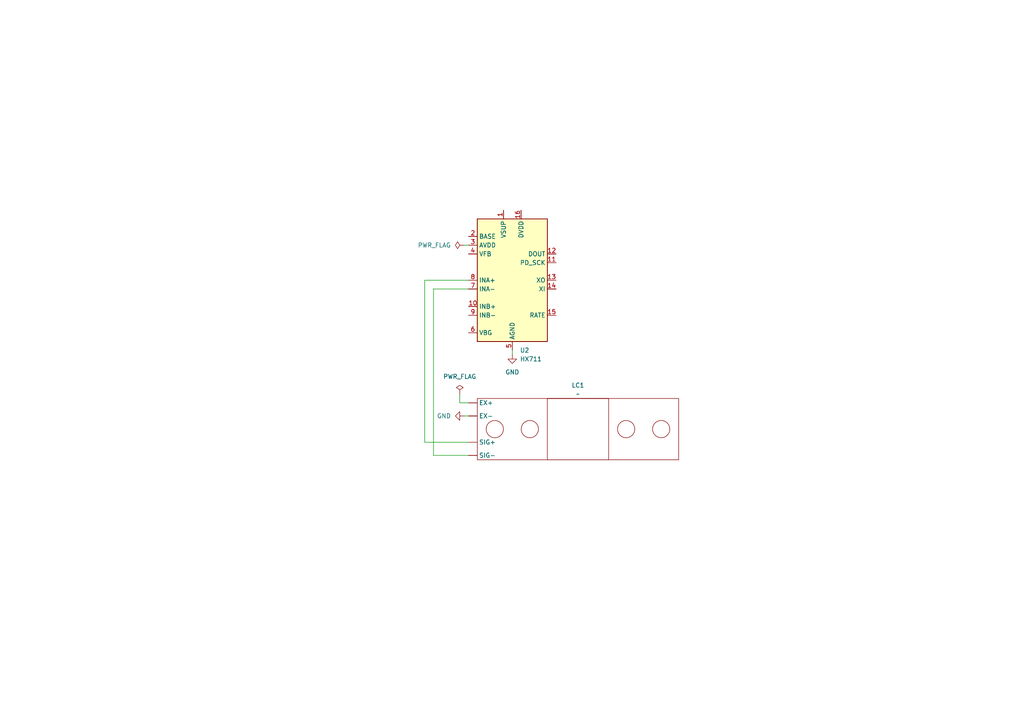
<source format=kicad_sch>
(kicad_sch (version 20231120) (generator "eeschema") (generator_version "8.0")
  (paper "A4")
  (lib_symbols
    (symbol "Analog_ADC:HX711"
      (property "Reference" "U" (at 5.08 21.59 0))
      (property "Value" "HX711" (at 7.62 19.05 0))
      (symbol "HX711_0_1"
        (rectangle (start -10.16 17.78) (end 10.16 -17.78) (stroke (width 0.254)) (fill (type background)))
      )
      (symbol "HX711_1_1"
        (pin power_in line (at -2.54 20.32 270) (length 2.54) (name "VSUP") (number "1"))
        (pin input line (at -12.7 -7.62 0) (length 2.54) (name "INB+") (number "10"))
        (pin input line (at 12.7 5.08 180) (length 2.54) (name "PD_SCK") (number "11"))
        (pin output line (at 12.7 7.62 180) (length 2.54) (name "DOUT") (number "12"))
        (pin passive line (at 12.7 0 180) (length 2.54) (name "XO") (number "13"))
        (pin passive line (at 12.7 -2.54 180) (length 2.54) (name "XI") (number "14"))
        (pin input line (at 12.7 -10.16 180) (length 2.54) (name "RATE") (number "15"))
        (pin power_in line (at 2.54 20.32 270) (length 2.54) (name "DVDD") (number "16"))
        (pin passive line (at -12.7 12.7 0) (length 2.54) (name "BASE") (number "2"))
        (pin power_in line (at -12.7 10.16 0) (length 2.54) (name "AVDD") (number "3"))
        (pin input line (at -12.7 7.62 0) (length 2.54) (name "VFB") (number "4"))
        (pin power_in line (at 0 -20.32 90) (length 2.54) (name "AGND") (number "5"))
        (pin passive line (at -12.7 -15.24 0) (length 2.54) (name "VBG") (number "6"))
        (pin input line (at -12.7 -2.54 0) (length 2.54) (name "INA-") (number "7"))
        (pin input line (at -12.7 0 0) (length 2.54) (name "INA+") (number "8"))
        (pin input line (at -12.7 -10.16 0) (length 2.54) (name "INB-") (number "9"))
      )
    )
    (symbol "Custom:4540"
      (property "Reference" "LC" (at -0.254 10.668 0))
      (symbol "4540_0_1"
        (rectangle (start -29.21 8.89) (end 29.2 -8.89))
        (circle (center -24.13 0) (radius 2.5))
        (circle (center -13.97 0) (radius 2.5))
        (circle (center 13.97 0) (radius 2.5))
        (circle (center 24.13 0) (radius 2.5))
      )
      (symbol "4540_1_1"
        (rectangle (start -8.89 8.89) (end 8.89 -8.89))
        (pin power_in line (at -31.75 7.62 0) (length 2.54) (name "EX+") (number ""))
        (pin power_in line (at -31.75 3.81 0) (length 2.54) (name "EX-") (number ""))
        (pin passive line (at -31.75 -3.81 0) (length 2.54) (name "SIG+") (number ""))
        (pin passive line (at -31.75 -7.62 0) (length 2.54) (name "SIG-") (number ""))
      )
    )
    (symbol "power:GND" (power) (pin_numbers hide) (pin_names (offset 0) hide)
      (property "Value" "GND" (at 0 -3.81 0))
      (symbol "GND_0_1"
        (polyline (pts (xy 0 0) (xy 0 -1.27) (xy 1.27 -1.27) (xy 0 -2.54) (xy -1.27 -1.27) (xy 0 -1.27)))
      )
      (symbol "GND_1_1"
        (pin power_in line (at 0 0 270) (length 0) (name "~") (number "1"))
      )
    )
    (symbol "power:PWR_FLAG" (power) (pin_numbers hide) (pin_names (offset 0) hide)
      (property "Value" "PWR_FLAG" (at 0 3.81 0))
      (symbol "PWR_FLAG_0_0"
        (pin power_out line (at 0 0 90) (length 0) (name "~") (number "1"))
      )
      (symbol "PWR_FLAG_0_1"
        (polyline (pts (xy 0 0) (xy 0 1.27) (xy -1.016 1.905) (xy 0 2.54) (xy 1.016 1.905) (xy 0 1.27)))
      )
    )
  )
  (wire (pts (xy 134.62 120.65) (xy 135.89 120.65)))
  (wire (pts (xy 135.89 132.08) (xy 125.73 132.08)))
  (wire (pts (xy 148.59 101.6) (xy 148.59 102.87)))
  (wire (pts (xy 123.19 81.28) (xy 123.19 128.27)))
  (wire (pts (xy 123.19 128.27) (xy 135.89 128.27)))
  (wire (pts (xy 125.73 83.82) (xy 135.89 83.82)))
  (wire (pts (xy 133.35 116.84) (xy 135.89 116.84)))
  (wire (pts (xy 133.35 116.84) (xy 133.35 114.3)))
  (wire (pts (xy 125.73 132.08) (xy 125.73 83.82)))
  (wire (pts (xy 123.19 81.28) (xy 135.89 81.28)))
  (wire (pts (xy 134.62 71.12) (xy 135.89 71.12)))
  (symbol (lib_id "Custom:4540") (at 167.64 124.46 0) (unit 1)
    (property "Reference" "LC1" (at 167.635 111.76 0))
    (property "Value" "~" (at 167.635 114.3 0))
  )
  (symbol (lib_id "power:PWR_FLAG") (at 133.35 114.3 0) (unit 1)
    (property "Reference" "#FLG03" (effects (hide yes)))
    (property "Value" "PWR_FLAG" (at 133.35 109.22 0))
    (property "Description" "Special symbol for telling ERC where power comes from" (effects (hide yes)))
  )
  (symbol (lib_id "power:GND") (at 134.62 120.65 270) (unit 1)
    (property "Reference" "#PWR03" (effects (hide yes)))
    (property "Value" "GND" (at 130.81 120.6499 90) (effects (justify right)))
    (property "Description" "Power symbol creates a global label with name \"GND\" , ground" (effects (hide yes)))
  )
  (symbol (lib_id "power:GND") (at 148.59 102.87 0) (unit 1)
    (property "Reference" "#PWR04" (effects (hide yes)))
    (property "Value" "GND" (at 148.59 107.95 0))
    (property "Description" "Power symbol creates a global label with name \"GND\" , ground" (effects (hide yes)))
  )
  (symbol (lib_id "power:PWR_FLAG") (at 134.62 71.12 90) (unit 1)
    (property "Reference" "#FLG04" (effects (hide yes)))
    (property "Value" "PWR_FLAG" (at 130.81 71.1199 90) (effects (justify left)))
    (property "Description" "Special symbol for telling ERC where power comes from" (effects (hide yes)))
  )
  (symbol (lib_id "Analog_ADC:HX711") (at 148.59 81.28 0) (unit 1)
    (property "Reference" "U2" (at 150.7841 101.6 0) (effects (justify left)))
    (property "Value" "HX711" (at 150.7841 104.14 0) (effects (justify left)))
    (property "Footprint" "Package_SO:SOP-16_3.9x9.9mm_P1.27mm" (effects (hide yes)))
    (property "Datasheet" "https://web.archive.org/web/20220615044707/https://akizukidenshi.com/download/ds/avia/hx711.pdf" (effects (hide yes)))
    (property "Description" "24-Bit Analog-to-Digital Converter (ADC) for Weight Scales" (effects (hide yes)))
  )
)
</source>
